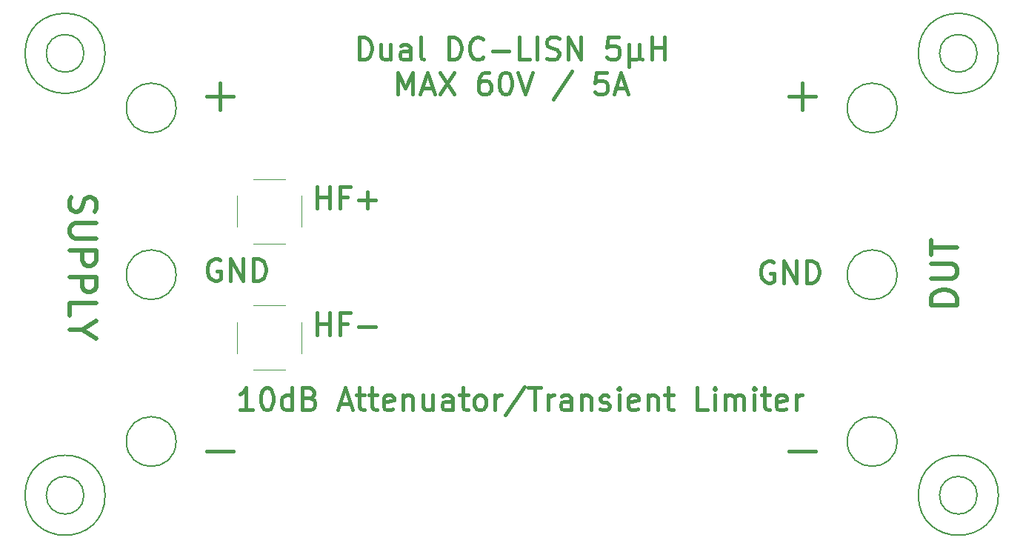
<source format=gto>
G04 #@! TF.GenerationSoftware,KiCad,Pcbnew,7.0.7*
G04 #@! TF.CreationDate,2023-09-14T15:12:29+02:00*
G04 #@! TF.ProjectId,5uH_LISN,3575485f-4c49-4534-9e2e-6b696361645f,V1 R0*
G04 #@! TF.SameCoordinates,Original*
G04 #@! TF.FileFunction,Legend,Top*
G04 #@! TF.FilePolarity,Positive*
%FSLAX46Y46*%
G04 Gerber Fmt 4.6, Leading zero omitted, Abs format (unit mm)*
G04 Created by KiCad (PCBNEW 7.0.7) date 2023-09-14 15:12:29*
%MOMM*%
%LPD*%
G01*
G04 APERTURE LIST*
%ADD10C,0.400000*%
%ADD11C,0.500000*%
%ADD12C,0.120000*%
%ADD13C,0.127000*%
%ADD14C,0.203200*%
%ADD15C,0.152400*%
G04 APERTURE END LIST*
D10*
X186171237Y-108804295D02*
X185933142Y-108685247D01*
X185933142Y-108685247D02*
X185575999Y-108685247D01*
X185575999Y-108685247D02*
X185218856Y-108804295D01*
X185218856Y-108804295D02*
X184980761Y-109042390D01*
X184980761Y-109042390D02*
X184861714Y-109280485D01*
X184861714Y-109280485D02*
X184742666Y-109756676D01*
X184742666Y-109756676D02*
X184742666Y-110113819D01*
X184742666Y-110113819D02*
X184861714Y-110590009D01*
X184861714Y-110590009D02*
X184980761Y-110828104D01*
X184980761Y-110828104D02*
X185218856Y-111066200D01*
X185218856Y-111066200D02*
X185575999Y-111185247D01*
X185575999Y-111185247D02*
X185814095Y-111185247D01*
X185814095Y-111185247D02*
X186171237Y-111066200D01*
X186171237Y-111066200D02*
X186290285Y-110947152D01*
X186290285Y-110947152D02*
X186290285Y-110113819D01*
X186290285Y-110113819D02*
X185814095Y-110113819D01*
X187361714Y-111185247D02*
X187361714Y-108685247D01*
X187361714Y-108685247D02*
X188790285Y-111185247D01*
X188790285Y-111185247D02*
X188790285Y-108685247D01*
X189980762Y-111185247D02*
X189980762Y-108685247D01*
X189980762Y-108685247D02*
X190576000Y-108685247D01*
X190576000Y-108685247D02*
X190933143Y-108804295D01*
X190933143Y-108804295D02*
X191171238Y-109042390D01*
X191171238Y-109042390D02*
X191290285Y-109280485D01*
X191290285Y-109280485D02*
X191409333Y-109756676D01*
X191409333Y-109756676D02*
X191409333Y-110113819D01*
X191409333Y-110113819D02*
X191290285Y-110590009D01*
X191290285Y-110590009D02*
X191171238Y-110828104D01*
X191171238Y-110828104D02*
X190933143Y-111066200D01*
X190933143Y-111066200D02*
X190576000Y-111185247D01*
X190576000Y-111185247D02*
X189980762Y-111185247D01*
X122921237Y-108554295D02*
X122683142Y-108435247D01*
X122683142Y-108435247D02*
X122325999Y-108435247D01*
X122325999Y-108435247D02*
X121968856Y-108554295D01*
X121968856Y-108554295D02*
X121730761Y-108792390D01*
X121730761Y-108792390D02*
X121611714Y-109030485D01*
X121611714Y-109030485D02*
X121492666Y-109506676D01*
X121492666Y-109506676D02*
X121492666Y-109863819D01*
X121492666Y-109863819D02*
X121611714Y-110340009D01*
X121611714Y-110340009D02*
X121730761Y-110578104D01*
X121730761Y-110578104D02*
X121968856Y-110816200D01*
X121968856Y-110816200D02*
X122325999Y-110935247D01*
X122325999Y-110935247D02*
X122564095Y-110935247D01*
X122564095Y-110935247D02*
X122921237Y-110816200D01*
X122921237Y-110816200D02*
X123040285Y-110697152D01*
X123040285Y-110697152D02*
X123040285Y-109863819D01*
X123040285Y-109863819D02*
X122564095Y-109863819D01*
X124111714Y-110935247D02*
X124111714Y-108435247D01*
X124111714Y-108435247D02*
X125540285Y-110935247D01*
X125540285Y-110935247D02*
X125540285Y-108435247D01*
X126730762Y-110935247D02*
X126730762Y-108435247D01*
X126730762Y-108435247D02*
X127326000Y-108435247D01*
X127326000Y-108435247D02*
X127683143Y-108554295D01*
X127683143Y-108554295D02*
X127921238Y-108792390D01*
X127921238Y-108792390D02*
X128040285Y-109030485D01*
X128040285Y-109030485D02*
X128159333Y-109506676D01*
X128159333Y-109506676D02*
X128159333Y-109863819D01*
X128159333Y-109863819D02*
X128040285Y-110340009D01*
X128040285Y-110340009D02*
X127921238Y-110578104D01*
X127921238Y-110578104D02*
X127683143Y-110816200D01*
X127683143Y-110816200D02*
X127326000Y-110935247D01*
X127326000Y-110935247D02*
X126730762Y-110935247D01*
D11*
X105912000Y-101383428D02*
X105769142Y-101812000D01*
X105769142Y-101812000D02*
X105769142Y-102526285D01*
X105769142Y-102526285D02*
X105912000Y-102812000D01*
X105912000Y-102812000D02*
X106054857Y-102954857D01*
X106054857Y-102954857D02*
X106340571Y-103097714D01*
X106340571Y-103097714D02*
X106626285Y-103097714D01*
X106626285Y-103097714D02*
X106912000Y-102954857D01*
X106912000Y-102954857D02*
X107054857Y-102812000D01*
X107054857Y-102812000D02*
X107197714Y-102526285D01*
X107197714Y-102526285D02*
X107340571Y-101954857D01*
X107340571Y-101954857D02*
X107483428Y-101669142D01*
X107483428Y-101669142D02*
X107626285Y-101526285D01*
X107626285Y-101526285D02*
X107912000Y-101383428D01*
X107912000Y-101383428D02*
X108197714Y-101383428D01*
X108197714Y-101383428D02*
X108483428Y-101526285D01*
X108483428Y-101526285D02*
X108626285Y-101669142D01*
X108626285Y-101669142D02*
X108769142Y-101954857D01*
X108769142Y-101954857D02*
X108769142Y-102669142D01*
X108769142Y-102669142D02*
X108626285Y-103097714D01*
X108769142Y-104383428D02*
X106340571Y-104383428D01*
X106340571Y-104383428D02*
X106054857Y-104526285D01*
X106054857Y-104526285D02*
X105912000Y-104669143D01*
X105912000Y-104669143D02*
X105769142Y-104954857D01*
X105769142Y-104954857D02*
X105769142Y-105526285D01*
X105769142Y-105526285D02*
X105912000Y-105812000D01*
X105912000Y-105812000D02*
X106054857Y-105954857D01*
X106054857Y-105954857D02*
X106340571Y-106097714D01*
X106340571Y-106097714D02*
X108769142Y-106097714D01*
X105769142Y-107526285D02*
X108769142Y-107526285D01*
X108769142Y-107526285D02*
X108769142Y-108669142D01*
X108769142Y-108669142D02*
X108626285Y-108954857D01*
X108626285Y-108954857D02*
X108483428Y-109097714D01*
X108483428Y-109097714D02*
X108197714Y-109240571D01*
X108197714Y-109240571D02*
X107769142Y-109240571D01*
X107769142Y-109240571D02*
X107483428Y-109097714D01*
X107483428Y-109097714D02*
X107340571Y-108954857D01*
X107340571Y-108954857D02*
X107197714Y-108669142D01*
X107197714Y-108669142D02*
X107197714Y-107526285D01*
X105769142Y-110526285D02*
X108769142Y-110526285D01*
X108769142Y-110526285D02*
X108769142Y-111669142D01*
X108769142Y-111669142D02*
X108626285Y-111954857D01*
X108626285Y-111954857D02*
X108483428Y-112097714D01*
X108483428Y-112097714D02*
X108197714Y-112240571D01*
X108197714Y-112240571D02*
X107769142Y-112240571D01*
X107769142Y-112240571D02*
X107483428Y-112097714D01*
X107483428Y-112097714D02*
X107340571Y-111954857D01*
X107340571Y-111954857D02*
X107197714Y-111669142D01*
X107197714Y-111669142D02*
X107197714Y-110526285D01*
X105769142Y-114954857D02*
X105769142Y-113526285D01*
X105769142Y-113526285D02*
X108769142Y-113526285D01*
X107197714Y-116526285D02*
X105769142Y-116526285D01*
X108769142Y-115526285D02*
X107197714Y-116526285D01*
X107197714Y-116526285D02*
X108769142Y-117526285D01*
D10*
X134042667Y-102685247D02*
X134042667Y-100185247D01*
X134042667Y-101375723D02*
X135471238Y-101375723D01*
X135471238Y-102685247D02*
X135471238Y-100185247D01*
X137495048Y-101375723D02*
X136661715Y-101375723D01*
X136661715Y-102685247D02*
X136661715Y-100185247D01*
X136661715Y-100185247D02*
X137852191Y-100185247D01*
X138804572Y-101732866D02*
X140709334Y-101732866D01*
X139756953Y-102685247D02*
X139756953Y-100780485D01*
X134042667Y-117135247D02*
X134042667Y-114635247D01*
X134042667Y-115825723D02*
X135471238Y-115825723D01*
X135471238Y-117135247D02*
X135471238Y-114635247D01*
X137495048Y-115825723D02*
X136661715Y-115825723D01*
X136661715Y-117135247D02*
X136661715Y-114635247D01*
X136661715Y-114635247D02*
X137852191Y-114635247D01*
X138804572Y-116182866D02*
X140709334Y-116182866D01*
X143299810Y-89635247D02*
X143299810Y-87135247D01*
X143299810Y-87135247D02*
X144133143Y-88920961D01*
X144133143Y-88920961D02*
X144966476Y-87135247D01*
X144966476Y-87135247D02*
X144966476Y-89635247D01*
X146037905Y-88920961D02*
X147228381Y-88920961D01*
X145799810Y-89635247D02*
X146633143Y-87135247D01*
X146633143Y-87135247D02*
X147466476Y-89635247D01*
X148061714Y-87135247D02*
X149728381Y-89635247D01*
X149728381Y-87135247D02*
X148061714Y-89635247D01*
X153656952Y-87135247D02*
X153180762Y-87135247D01*
X153180762Y-87135247D02*
X152942666Y-87254295D01*
X152942666Y-87254295D02*
X152823619Y-87373342D01*
X152823619Y-87373342D02*
X152585524Y-87730485D01*
X152585524Y-87730485D02*
X152466476Y-88206676D01*
X152466476Y-88206676D02*
X152466476Y-89159057D01*
X152466476Y-89159057D02*
X152585524Y-89397152D01*
X152585524Y-89397152D02*
X152704571Y-89516200D01*
X152704571Y-89516200D02*
X152942666Y-89635247D01*
X152942666Y-89635247D02*
X153418857Y-89635247D01*
X153418857Y-89635247D02*
X153656952Y-89516200D01*
X153656952Y-89516200D02*
X153776000Y-89397152D01*
X153776000Y-89397152D02*
X153895047Y-89159057D01*
X153895047Y-89159057D02*
X153895047Y-88563819D01*
X153895047Y-88563819D02*
X153776000Y-88325723D01*
X153776000Y-88325723D02*
X153656952Y-88206676D01*
X153656952Y-88206676D02*
X153418857Y-88087628D01*
X153418857Y-88087628D02*
X152942666Y-88087628D01*
X152942666Y-88087628D02*
X152704571Y-88206676D01*
X152704571Y-88206676D02*
X152585524Y-88325723D01*
X152585524Y-88325723D02*
X152466476Y-88563819D01*
X155442666Y-87135247D02*
X155680761Y-87135247D01*
X155680761Y-87135247D02*
X155918857Y-87254295D01*
X155918857Y-87254295D02*
X156037904Y-87373342D01*
X156037904Y-87373342D02*
X156156952Y-87611438D01*
X156156952Y-87611438D02*
X156275999Y-88087628D01*
X156275999Y-88087628D02*
X156275999Y-88682866D01*
X156275999Y-88682866D02*
X156156952Y-89159057D01*
X156156952Y-89159057D02*
X156037904Y-89397152D01*
X156037904Y-89397152D02*
X155918857Y-89516200D01*
X155918857Y-89516200D02*
X155680761Y-89635247D01*
X155680761Y-89635247D02*
X155442666Y-89635247D01*
X155442666Y-89635247D02*
X155204571Y-89516200D01*
X155204571Y-89516200D02*
X155085523Y-89397152D01*
X155085523Y-89397152D02*
X154966476Y-89159057D01*
X154966476Y-89159057D02*
X154847428Y-88682866D01*
X154847428Y-88682866D02*
X154847428Y-88087628D01*
X154847428Y-88087628D02*
X154966476Y-87611438D01*
X154966476Y-87611438D02*
X155085523Y-87373342D01*
X155085523Y-87373342D02*
X155204571Y-87254295D01*
X155204571Y-87254295D02*
X155442666Y-87135247D01*
X156990285Y-87135247D02*
X157823618Y-89635247D01*
X157823618Y-89635247D02*
X158656951Y-87135247D01*
X163180761Y-87016200D02*
X161037904Y-90230485D01*
X167109333Y-87135247D02*
X165918857Y-87135247D01*
X165918857Y-87135247D02*
X165799809Y-88325723D01*
X165799809Y-88325723D02*
X165918857Y-88206676D01*
X165918857Y-88206676D02*
X166156952Y-88087628D01*
X166156952Y-88087628D02*
X166752190Y-88087628D01*
X166752190Y-88087628D02*
X166990285Y-88206676D01*
X166990285Y-88206676D02*
X167109333Y-88325723D01*
X167109333Y-88325723D02*
X167228380Y-88563819D01*
X167228380Y-88563819D02*
X167228380Y-89159057D01*
X167228380Y-89159057D02*
X167109333Y-89397152D01*
X167109333Y-89397152D02*
X166990285Y-89516200D01*
X166990285Y-89516200D02*
X166752190Y-89635247D01*
X166752190Y-89635247D02*
X166156952Y-89635247D01*
X166156952Y-89635247D02*
X165918857Y-89516200D01*
X165918857Y-89516200D02*
X165799809Y-89397152D01*
X168180761Y-88920961D02*
X169371237Y-88920961D01*
X167942666Y-89635247D02*
X168775999Y-87135247D01*
X168775999Y-87135247D02*
X169609332Y-89635247D01*
X124459809Y-130407866D02*
X121412190Y-130407866D01*
X138835523Y-85635247D02*
X138835523Y-83135247D01*
X138835523Y-83135247D02*
X139430761Y-83135247D01*
X139430761Y-83135247D02*
X139787904Y-83254295D01*
X139787904Y-83254295D02*
X140025999Y-83492390D01*
X140025999Y-83492390D02*
X140145046Y-83730485D01*
X140145046Y-83730485D02*
X140264094Y-84206676D01*
X140264094Y-84206676D02*
X140264094Y-84563819D01*
X140264094Y-84563819D02*
X140145046Y-85040009D01*
X140145046Y-85040009D02*
X140025999Y-85278104D01*
X140025999Y-85278104D02*
X139787904Y-85516200D01*
X139787904Y-85516200D02*
X139430761Y-85635247D01*
X139430761Y-85635247D02*
X138835523Y-85635247D01*
X142406951Y-83968580D02*
X142406951Y-85635247D01*
X141335523Y-83968580D02*
X141335523Y-85278104D01*
X141335523Y-85278104D02*
X141454570Y-85516200D01*
X141454570Y-85516200D02*
X141692665Y-85635247D01*
X141692665Y-85635247D02*
X142049808Y-85635247D01*
X142049808Y-85635247D02*
X142287904Y-85516200D01*
X142287904Y-85516200D02*
X142406951Y-85397152D01*
X144668856Y-85635247D02*
X144668856Y-84325723D01*
X144668856Y-84325723D02*
X144549809Y-84087628D01*
X144549809Y-84087628D02*
X144311713Y-83968580D01*
X144311713Y-83968580D02*
X143835523Y-83968580D01*
X143835523Y-83968580D02*
X143597428Y-84087628D01*
X144668856Y-85516200D02*
X144430761Y-85635247D01*
X144430761Y-85635247D02*
X143835523Y-85635247D01*
X143835523Y-85635247D02*
X143597428Y-85516200D01*
X143597428Y-85516200D02*
X143478380Y-85278104D01*
X143478380Y-85278104D02*
X143478380Y-85040009D01*
X143478380Y-85040009D02*
X143597428Y-84801914D01*
X143597428Y-84801914D02*
X143835523Y-84682866D01*
X143835523Y-84682866D02*
X144430761Y-84682866D01*
X144430761Y-84682866D02*
X144668856Y-84563819D01*
X146216475Y-85635247D02*
X145978380Y-85516200D01*
X145978380Y-85516200D02*
X145859333Y-85278104D01*
X145859333Y-85278104D02*
X145859333Y-83135247D01*
X149073619Y-85635247D02*
X149073619Y-83135247D01*
X149073619Y-83135247D02*
X149668857Y-83135247D01*
X149668857Y-83135247D02*
X150026000Y-83254295D01*
X150026000Y-83254295D02*
X150264095Y-83492390D01*
X150264095Y-83492390D02*
X150383142Y-83730485D01*
X150383142Y-83730485D02*
X150502190Y-84206676D01*
X150502190Y-84206676D02*
X150502190Y-84563819D01*
X150502190Y-84563819D02*
X150383142Y-85040009D01*
X150383142Y-85040009D02*
X150264095Y-85278104D01*
X150264095Y-85278104D02*
X150026000Y-85516200D01*
X150026000Y-85516200D02*
X149668857Y-85635247D01*
X149668857Y-85635247D02*
X149073619Y-85635247D01*
X153002190Y-85397152D02*
X152883142Y-85516200D01*
X152883142Y-85516200D02*
X152526000Y-85635247D01*
X152526000Y-85635247D02*
X152287904Y-85635247D01*
X152287904Y-85635247D02*
X151930761Y-85516200D01*
X151930761Y-85516200D02*
X151692666Y-85278104D01*
X151692666Y-85278104D02*
X151573619Y-85040009D01*
X151573619Y-85040009D02*
X151454571Y-84563819D01*
X151454571Y-84563819D02*
X151454571Y-84206676D01*
X151454571Y-84206676D02*
X151573619Y-83730485D01*
X151573619Y-83730485D02*
X151692666Y-83492390D01*
X151692666Y-83492390D02*
X151930761Y-83254295D01*
X151930761Y-83254295D02*
X152287904Y-83135247D01*
X152287904Y-83135247D02*
X152526000Y-83135247D01*
X152526000Y-83135247D02*
X152883142Y-83254295D01*
X152883142Y-83254295D02*
X153002190Y-83373342D01*
X154073619Y-84682866D02*
X155978381Y-84682866D01*
X158359333Y-85635247D02*
X157168857Y-85635247D01*
X157168857Y-85635247D02*
X157168857Y-83135247D01*
X159192667Y-85635247D02*
X159192667Y-83135247D01*
X160264095Y-85516200D02*
X160621238Y-85635247D01*
X160621238Y-85635247D02*
X161216476Y-85635247D01*
X161216476Y-85635247D02*
X161454571Y-85516200D01*
X161454571Y-85516200D02*
X161573619Y-85397152D01*
X161573619Y-85397152D02*
X161692666Y-85159057D01*
X161692666Y-85159057D02*
X161692666Y-84920961D01*
X161692666Y-84920961D02*
X161573619Y-84682866D01*
X161573619Y-84682866D02*
X161454571Y-84563819D01*
X161454571Y-84563819D02*
X161216476Y-84444771D01*
X161216476Y-84444771D02*
X160740285Y-84325723D01*
X160740285Y-84325723D02*
X160502190Y-84206676D01*
X160502190Y-84206676D02*
X160383143Y-84087628D01*
X160383143Y-84087628D02*
X160264095Y-83849533D01*
X160264095Y-83849533D02*
X160264095Y-83611438D01*
X160264095Y-83611438D02*
X160383143Y-83373342D01*
X160383143Y-83373342D02*
X160502190Y-83254295D01*
X160502190Y-83254295D02*
X160740285Y-83135247D01*
X160740285Y-83135247D02*
X161335524Y-83135247D01*
X161335524Y-83135247D02*
X161692666Y-83254295D01*
X162764095Y-85635247D02*
X162764095Y-83135247D01*
X162764095Y-83135247D02*
X164192666Y-85635247D01*
X164192666Y-85635247D02*
X164192666Y-83135247D01*
X168478381Y-83135247D02*
X167287905Y-83135247D01*
X167287905Y-83135247D02*
X167168857Y-84325723D01*
X167168857Y-84325723D02*
X167287905Y-84206676D01*
X167287905Y-84206676D02*
X167526000Y-84087628D01*
X167526000Y-84087628D02*
X168121238Y-84087628D01*
X168121238Y-84087628D02*
X168359333Y-84206676D01*
X168359333Y-84206676D02*
X168478381Y-84325723D01*
X168478381Y-84325723D02*
X168597428Y-84563819D01*
X168597428Y-84563819D02*
X168597428Y-85159057D01*
X168597428Y-85159057D02*
X168478381Y-85397152D01*
X168478381Y-85397152D02*
X168359333Y-85516200D01*
X168359333Y-85516200D02*
X168121238Y-85635247D01*
X168121238Y-85635247D02*
X167526000Y-85635247D01*
X167526000Y-85635247D02*
X167287905Y-85516200D01*
X167287905Y-85516200D02*
X167168857Y-85397152D01*
X169668857Y-83968580D02*
X169668857Y-86468580D01*
X170859333Y-85278104D02*
X170978380Y-85516200D01*
X170978380Y-85516200D02*
X171216476Y-85635247D01*
X169668857Y-85278104D02*
X169787904Y-85516200D01*
X169787904Y-85516200D02*
X170025999Y-85635247D01*
X170025999Y-85635247D02*
X170502190Y-85635247D01*
X170502190Y-85635247D02*
X170740285Y-85516200D01*
X170740285Y-85516200D02*
X170859333Y-85278104D01*
X170859333Y-85278104D02*
X170859333Y-83968580D01*
X172287905Y-85635247D02*
X172287905Y-83135247D01*
X172287905Y-84325723D02*
X173716476Y-84325723D01*
X173716476Y-85635247D02*
X173716476Y-83135247D01*
X126630762Y-125685247D02*
X125202191Y-125685247D01*
X125916477Y-125685247D02*
X125916477Y-123185247D01*
X125916477Y-123185247D02*
X125678381Y-123542390D01*
X125678381Y-123542390D02*
X125440286Y-123780485D01*
X125440286Y-123780485D02*
X125202191Y-123899533D01*
X128178381Y-123185247D02*
X128416476Y-123185247D01*
X128416476Y-123185247D02*
X128654572Y-123304295D01*
X128654572Y-123304295D02*
X128773619Y-123423342D01*
X128773619Y-123423342D02*
X128892667Y-123661438D01*
X128892667Y-123661438D02*
X129011714Y-124137628D01*
X129011714Y-124137628D02*
X129011714Y-124732866D01*
X129011714Y-124732866D02*
X128892667Y-125209057D01*
X128892667Y-125209057D02*
X128773619Y-125447152D01*
X128773619Y-125447152D02*
X128654572Y-125566200D01*
X128654572Y-125566200D02*
X128416476Y-125685247D01*
X128416476Y-125685247D02*
X128178381Y-125685247D01*
X128178381Y-125685247D02*
X127940286Y-125566200D01*
X127940286Y-125566200D02*
X127821238Y-125447152D01*
X127821238Y-125447152D02*
X127702191Y-125209057D01*
X127702191Y-125209057D02*
X127583143Y-124732866D01*
X127583143Y-124732866D02*
X127583143Y-124137628D01*
X127583143Y-124137628D02*
X127702191Y-123661438D01*
X127702191Y-123661438D02*
X127821238Y-123423342D01*
X127821238Y-123423342D02*
X127940286Y-123304295D01*
X127940286Y-123304295D02*
X128178381Y-123185247D01*
X131154571Y-125685247D02*
X131154571Y-123185247D01*
X131154571Y-125566200D02*
X130916476Y-125685247D01*
X130916476Y-125685247D02*
X130440285Y-125685247D01*
X130440285Y-125685247D02*
X130202190Y-125566200D01*
X130202190Y-125566200D02*
X130083143Y-125447152D01*
X130083143Y-125447152D02*
X129964095Y-125209057D01*
X129964095Y-125209057D02*
X129964095Y-124494771D01*
X129964095Y-124494771D02*
X130083143Y-124256676D01*
X130083143Y-124256676D02*
X130202190Y-124137628D01*
X130202190Y-124137628D02*
X130440285Y-124018580D01*
X130440285Y-124018580D02*
X130916476Y-124018580D01*
X130916476Y-124018580D02*
X131154571Y-124137628D01*
X133178381Y-124375723D02*
X133535524Y-124494771D01*
X133535524Y-124494771D02*
X133654571Y-124613819D01*
X133654571Y-124613819D02*
X133773619Y-124851914D01*
X133773619Y-124851914D02*
X133773619Y-125209057D01*
X133773619Y-125209057D02*
X133654571Y-125447152D01*
X133654571Y-125447152D02*
X133535524Y-125566200D01*
X133535524Y-125566200D02*
X133297429Y-125685247D01*
X133297429Y-125685247D02*
X132345048Y-125685247D01*
X132345048Y-125685247D02*
X132345048Y-123185247D01*
X132345048Y-123185247D02*
X133178381Y-123185247D01*
X133178381Y-123185247D02*
X133416476Y-123304295D01*
X133416476Y-123304295D02*
X133535524Y-123423342D01*
X133535524Y-123423342D02*
X133654571Y-123661438D01*
X133654571Y-123661438D02*
X133654571Y-123899533D01*
X133654571Y-123899533D02*
X133535524Y-124137628D01*
X133535524Y-124137628D02*
X133416476Y-124256676D01*
X133416476Y-124256676D02*
X133178381Y-124375723D01*
X133178381Y-124375723D02*
X132345048Y-124375723D01*
X136630762Y-124970961D02*
X137821238Y-124970961D01*
X136392667Y-125685247D02*
X137226000Y-123185247D01*
X137226000Y-123185247D02*
X138059333Y-125685247D01*
X138535524Y-124018580D02*
X139487905Y-124018580D01*
X138892667Y-123185247D02*
X138892667Y-125328104D01*
X138892667Y-125328104D02*
X139011714Y-125566200D01*
X139011714Y-125566200D02*
X139249809Y-125685247D01*
X139249809Y-125685247D02*
X139487905Y-125685247D01*
X139964095Y-124018580D02*
X140916476Y-124018580D01*
X140321238Y-123185247D02*
X140321238Y-125328104D01*
X140321238Y-125328104D02*
X140440285Y-125566200D01*
X140440285Y-125566200D02*
X140678380Y-125685247D01*
X140678380Y-125685247D02*
X140916476Y-125685247D01*
X142702190Y-125566200D02*
X142464094Y-125685247D01*
X142464094Y-125685247D02*
X141987904Y-125685247D01*
X141987904Y-125685247D02*
X141749809Y-125566200D01*
X141749809Y-125566200D02*
X141630761Y-125328104D01*
X141630761Y-125328104D02*
X141630761Y-124375723D01*
X141630761Y-124375723D02*
X141749809Y-124137628D01*
X141749809Y-124137628D02*
X141987904Y-124018580D01*
X141987904Y-124018580D02*
X142464094Y-124018580D01*
X142464094Y-124018580D02*
X142702190Y-124137628D01*
X142702190Y-124137628D02*
X142821237Y-124375723D01*
X142821237Y-124375723D02*
X142821237Y-124613819D01*
X142821237Y-124613819D02*
X141630761Y-124851914D01*
X143892666Y-124018580D02*
X143892666Y-125685247D01*
X143892666Y-124256676D02*
X144011713Y-124137628D01*
X144011713Y-124137628D02*
X144249808Y-124018580D01*
X144249808Y-124018580D02*
X144606951Y-124018580D01*
X144606951Y-124018580D02*
X144845047Y-124137628D01*
X144845047Y-124137628D02*
X144964094Y-124375723D01*
X144964094Y-124375723D02*
X144964094Y-125685247D01*
X147225999Y-124018580D02*
X147225999Y-125685247D01*
X146154571Y-124018580D02*
X146154571Y-125328104D01*
X146154571Y-125328104D02*
X146273618Y-125566200D01*
X146273618Y-125566200D02*
X146511713Y-125685247D01*
X146511713Y-125685247D02*
X146868856Y-125685247D01*
X146868856Y-125685247D02*
X147106952Y-125566200D01*
X147106952Y-125566200D02*
X147225999Y-125447152D01*
X149487904Y-125685247D02*
X149487904Y-124375723D01*
X149487904Y-124375723D02*
X149368857Y-124137628D01*
X149368857Y-124137628D02*
X149130761Y-124018580D01*
X149130761Y-124018580D02*
X148654571Y-124018580D01*
X148654571Y-124018580D02*
X148416476Y-124137628D01*
X149487904Y-125566200D02*
X149249809Y-125685247D01*
X149249809Y-125685247D02*
X148654571Y-125685247D01*
X148654571Y-125685247D02*
X148416476Y-125566200D01*
X148416476Y-125566200D02*
X148297428Y-125328104D01*
X148297428Y-125328104D02*
X148297428Y-125090009D01*
X148297428Y-125090009D02*
X148416476Y-124851914D01*
X148416476Y-124851914D02*
X148654571Y-124732866D01*
X148654571Y-124732866D02*
X149249809Y-124732866D01*
X149249809Y-124732866D02*
X149487904Y-124613819D01*
X150321238Y-124018580D02*
X151273619Y-124018580D01*
X150678381Y-123185247D02*
X150678381Y-125328104D01*
X150678381Y-125328104D02*
X150797428Y-125566200D01*
X150797428Y-125566200D02*
X151035523Y-125685247D01*
X151035523Y-125685247D02*
X151273619Y-125685247D01*
X152464094Y-125685247D02*
X152225999Y-125566200D01*
X152225999Y-125566200D02*
X152106952Y-125447152D01*
X152106952Y-125447152D02*
X151987904Y-125209057D01*
X151987904Y-125209057D02*
X151987904Y-124494771D01*
X151987904Y-124494771D02*
X152106952Y-124256676D01*
X152106952Y-124256676D02*
X152225999Y-124137628D01*
X152225999Y-124137628D02*
X152464094Y-124018580D01*
X152464094Y-124018580D02*
X152821237Y-124018580D01*
X152821237Y-124018580D02*
X153059333Y-124137628D01*
X153059333Y-124137628D02*
X153178380Y-124256676D01*
X153178380Y-124256676D02*
X153297428Y-124494771D01*
X153297428Y-124494771D02*
X153297428Y-125209057D01*
X153297428Y-125209057D02*
X153178380Y-125447152D01*
X153178380Y-125447152D02*
X153059333Y-125566200D01*
X153059333Y-125566200D02*
X152821237Y-125685247D01*
X152821237Y-125685247D02*
X152464094Y-125685247D01*
X154368857Y-125685247D02*
X154368857Y-124018580D01*
X154368857Y-124494771D02*
X154487904Y-124256676D01*
X154487904Y-124256676D02*
X154606952Y-124137628D01*
X154606952Y-124137628D02*
X154845047Y-124018580D01*
X154845047Y-124018580D02*
X155083142Y-124018580D01*
X157702190Y-123066200D02*
X155559333Y-126280485D01*
X158178381Y-123185247D02*
X159606952Y-123185247D01*
X158892666Y-125685247D02*
X158892666Y-123185247D01*
X160440286Y-125685247D02*
X160440286Y-124018580D01*
X160440286Y-124494771D02*
X160559333Y-124256676D01*
X160559333Y-124256676D02*
X160678381Y-124137628D01*
X160678381Y-124137628D02*
X160916476Y-124018580D01*
X160916476Y-124018580D02*
X161154571Y-124018580D01*
X163059333Y-125685247D02*
X163059333Y-124375723D01*
X163059333Y-124375723D02*
X162940286Y-124137628D01*
X162940286Y-124137628D02*
X162702190Y-124018580D01*
X162702190Y-124018580D02*
X162226000Y-124018580D01*
X162226000Y-124018580D02*
X161987905Y-124137628D01*
X163059333Y-125566200D02*
X162821238Y-125685247D01*
X162821238Y-125685247D02*
X162226000Y-125685247D01*
X162226000Y-125685247D02*
X161987905Y-125566200D01*
X161987905Y-125566200D02*
X161868857Y-125328104D01*
X161868857Y-125328104D02*
X161868857Y-125090009D01*
X161868857Y-125090009D02*
X161987905Y-124851914D01*
X161987905Y-124851914D02*
X162226000Y-124732866D01*
X162226000Y-124732866D02*
X162821238Y-124732866D01*
X162821238Y-124732866D02*
X163059333Y-124613819D01*
X164249810Y-124018580D02*
X164249810Y-125685247D01*
X164249810Y-124256676D02*
X164368857Y-124137628D01*
X164368857Y-124137628D02*
X164606952Y-124018580D01*
X164606952Y-124018580D02*
X164964095Y-124018580D01*
X164964095Y-124018580D02*
X165202191Y-124137628D01*
X165202191Y-124137628D02*
X165321238Y-124375723D01*
X165321238Y-124375723D02*
X165321238Y-125685247D01*
X166392667Y-125566200D02*
X166630762Y-125685247D01*
X166630762Y-125685247D02*
X167106953Y-125685247D01*
X167106953Y-125685247D02*
X167345048Y-125566200D01*
X167345048Y-125566200D02*
X167464096Y-125328104D01*
X167464096Y-125328104D02*
X167464096Y-125209057D01*
X167464096Y-125209057D02*
X167345048Y-124970961D01*
X167345048Y-124970961D02*
X167106953Y-124851914D01*
X167106953Y-124851914D02*
X166749810Y-124851914D01*
X166749810Y-124851914D02*
X166511715Y-124732866D01*
X166511715Y-124732866D02*
X166392667Y-124494771D01*
X166392667Y-124494771D02*
X166392667Y-124375723D01*
X166392667Y-124375723D02*
X166511715Y-124137628D01*
X166511715Y-124137628D02*
X166749810Y-124018580D01*
X166749810Y-124018580D02*
X167106953Y-124018580D01*
X167106953Y-124018580D02*
X167345048Y-124137628D01*
X168535525Y-125685247D02*
X168535525Y-124018580D01*
X168535525Y-123185247D02*
X168416477Y-123304295D01*
X168416477Y-123304295D02*
X168535525Y-123423342D01*
X168535525Y-123423342D02*
X168654572Y-123304295D01*
X168654572Y-123304295D02*
X168535525Y-123185247D01*
X168535525Y-123185247D02*
X168535525Y-123423342D01*
X170678382Y-125566200D02*
X170440286Y-125685247D01*
X170440286Y-125685247D02*
X169964096Y-125685247D01*
X169964096Y-125685247D02*
X169726001Y-125566200D01*
X169726001Y-125566200D02*
X169606953Y-125328104D01*
X169606953Y-125328104D02*
X169606953Y-124375723D01*
X169606953Y-124375723D02*
X169726001Y-124137628D01*
X169726001Y-124137628D02*
X169964096Y-124018580D01*
X169964096Y-124018580D02*
X170440286Y-124018580D01*
X170440286Y-124018580D02*
X170678382Y-124137628D01*
X170678382Y-124137628D02*
X170797429Y-124375723D01*
X170797429Y-124375723D02*
X170797429Y-124613819D01*
X170797429Y-124613819D02*
X169606953Y-124851914D01*
X171868858Y-124018580D02*
X171868858Y-125685247D01*
X171868858Y-124256676D02*
X171987905Y-124137628D01*
X171987905Y-124137628D02*
X172226000Y-124018580D01*
X172226000Y-124018580D02*
X172583143Y-124018580D01*
X172583143Y-124018580D02*
X172821239Y-124137628D01*
X172821239Y-124137628D02*
X172940286Y-124375723D01*
X172940286Y-124375723D02*
X172940286Y-125685247D01*
X173773620Y-124018580D02*
X174726001Y-124018580D01*
X174130763Y-123185247D02*
X174130763Y-125328104D01*
X174130763Y-125328104D02*
X174249810Y-125566200D01*
X174249810Y-125566200D02*
X174487905Y-125685247D01*
X174487905Y-125685247D02*
X174726001Y-125685247D01*
X178654572Y-125685247D02*
X177464096Y-125685247D01*
X177464096Y-125685247D02*
X177464096Y-123185247D01*
X179487906Y-125685247D02*
X179487906Y-124018580D01*
X179487906Y-123185247D02*
X179368858Y-123304295D01*
X179368858Y-123304295D02*
X179487906Y-123423342D01*
X179487906Y-123423342D02*
X179606953Y-123304295D01*
X179606953Y-123304295D02*
X179487906Y-123185247D01*
X179487906Y-123185247D02*
X179487906Y-123423342D01*
X180678382Y-125685247D02*
X180678382Y-124018580D01*
X180678382Y-124256676D02*
X180797429Y-124137628D01*
X180797429Y-124137628D02*
X181035524Y-124018580D01*
X181035524Y-124018580D02*
X181392667Y-124018580D01*
X181392667Y-124018580D02*
X181630763Y-124137628D01*
X181630763Y-124137628D02*
X181749810Y-124375723D01*
X181749810Y-124375723D02*
X181749810Y-125685247D01*
X181749810Y-124375723D02*
X181868858Y-124137628D01*
X181868858Y-124137628D02*
X182106953Y-124018580D01*
X182106953Y-124018580D02*
X182464096Y-124018580D01*
X182464096Y-124018580D02*
X182702191Y-124137628D01*
X182702191Y-124137628D02*
X182821239Y-124375723D01*
X182821239Y-124375723D02*
X182821239Y-125685247D01*
X184011715Y-125685247D02*
X184011715Y-124018580D01*
X184011715Y-123185247D02*
X183892667Y-123304295D01*
X183892667Y-123304295D02*
X184011715Y-123423342D01*
X184011715Y-123423342D02*
X184130762Y-123304295D01*
X184130762Y-123304295D02*
X184011715Y-123185247D01*
X184011715Y-123185247D02*
X184011715Y-123423342D01*
X184845048Y-124018580D02*
X185797429Y-124018580D01*
X185202191Y-123185247D02*
X185202191Y-125328104D01*
X185202191Y-125328104D02*
X185321238Y-125566200D01*
X185321238Y-125566200D02*
X185559333Y-125685247D01*
X185559333Y-125685247D02*
X185797429Y-125685247D01*
X187583143Y-125566200D02*
X187345047Y-125685247D01*
X187345047Y-125685247D02*
X186868857Y-125685247D01*
X186868857Y-125685247D02*
X186630762Y-125566200D01*
X186630762Y-125566200D02*
X186511714Y-125328104D01*
X186511714Y-125328104D02*
X186511714Y-124375723D01*
X186511714Y-124375723D02*
X186630762Y-124137628D01*
X186630762Y-124137628D02*
X186868857Y-124018580D01*
X186868857Y-124018580D02*
X187345047Y-124018580D01*
X187345047Y-124018580D02*
X187583143Y-124137628D01*
X187583143Y-124137628D02*
X187702190Y-124375723D01*
X187702190Y-124375723D02*
X187702190Y-124613819D01*
X187702190Y-124613819D02*
X186511714Y-124851914D01*
X188773619Y-125685247D02*
X188773619Y-124018580D01*
X188773619Y-124494771D02*
X188892666Y-124256676D01*
X188892666Y-124256676D02*
X189011714Y-124137628D01*
X189011714Y-124137628D02*
X189249809Y-124018580D01*
X189249809Y-124018580D02*
X189487904Y-124018580D01*
D11*
X207182857Y-113711999D02*
X204182857Y-113711999D01*
X204182857Y-113711999D02*
X204182857Y-112997713D01*
X204182857Y-112997713D02*
X204325714Y-112569142D01*
X204325714Y-112569142D02*
X204611428Y-112283427D01*
X204611428Y-112283427D02*
X204897142Y-112140570D01*
X204897142Y-112140570D02*
X205468571Y-111997713D01*
X205468571Y-111997713D02*
X205897142Y-111997713D01*
X205897142Y-111997713D02*
X206468571Y-112140570D01*
X206468571Y-112140570D02*
X206754285Y-112283427D01*
X206754285Y-112283427D02*
X207040000Y-112569142D01*
X207040000Y-112569142D02*
X207182857Y-112997713D01*
X207182857Y-112997713D02*
X207182857Y-113711999D01*
X204182857Y-110711999D02*
X206611428Y-110711999D01*
X206611428Y-110711999D02*
X206897142Y-110569142D01*
X206897142Y-110569142D02*
X207040000Y-110426285D01*
X207040000Y-110426285D02*
X207182857Y-110140570D01*
X207182857Y-110140570D02*
X207182857Y-109569142D01*
X207182857Y-109569142D02*
X207040000Y-109283427D01*
X207040000Y-109283427D02*
X206897142Y-109140570D01*
X206897142Y-109140570D02*
X206611428Y-108997713D01*
X206611428Y-108997713D02*
X204182857Y-108997713D01*
X204182857Y-107997713D02*
X204182857Y-106283428D01*
X207182857Y-107140570D02*
X204182857Y-107140570D01*
D10*
X191007809Y-130407866D02*
X187960190Y-130407866D01*
X191007809Y-89907866D02*
X187960190Y-89907866D01*
X189483999Y-91431676D02*
X189483999Y-88384057D01*
X124459809Y-89907866D02*
X121412190Y-89907866D01*
X122935999Y-91431676D02*
X122935999Y-88384057D01*
D12*
X126776000Y-106685500D02*
X130376000Y-106685500D01*
X132256000Y-101205500D02*
X132256000Y-104805500D01*
X126776000Y-99325500D02*
X130376000Y-99325500D01*
X124896000Y-101205500D02*
X124896000Y-104805500D01*
X132256000Y-115662000D02*
X132256000Y-119262000D01*
X126776000Y-121142000D02*
X130376000Y-121142000D01*
X126776000Y-113782000D02*
X130376000Y-113782000D01*
X124896000Y-115662000D02*
X124896000Y-119262000D01*
D13*
X117915800Y-110262000D02*
G75*
G03*
X117915800Y-110262000I-2839800J0D01*
G01*
D14*
X107376000Y-135462000D02*
G75*
G03*
X107376000Y-135462000I-2150000J0D01*
G01*
D15*
X109798000Y-135462000D02*
G75*
G03*
X109798000Y-135462000I-4572000J0D01*
G01*
D14*
X107376000Y-84962000D02*
G75*
G03*
X107376000Y-84962000I-2150000J0D01*
G01*
D15*
X109798000Y-84962000D02*
G75*
G03*
X109798000Y-84962000I-4572000J0D01*
G01*
X211898000Y-84962000D02*
G75*
G03*
X211898000Y-84962000I-4572000J0D01*
G01*
D14*
X209476000Y-84962000D02*
G75*
G03*
X209476000Y-84962000I-2150000J0D01*
G01*
X209476000Y-135462000D02*
G75*
G03*
X209476000Y-135462000I-2150000J0D01*
G01*
D15*
X211898000Y-135462000D02*
G75*
G03*
X211898000Y-135462000I-4572000J0D01*
G01*
D13*
X117915800Y-91202000D02*
G75*
G03*
X117915800Y-91202000I-2839800J0D01*
G01*
X117915800Y-129322000D02*
G75*
G03*
X117915800Y-129322000I-2839800J0D01*
G01*
X200315800Y-110262000D02*
G75*
G03*
X200315800Y-110262000I-2839800J0D01*
G01*
X200315800Y-91202000D02*
G75*
G03*
X200315800Y-91202000I-2839800J0D01*
G01*
X200315800Y-129322000D02*
G75*
G03*
X200315800Y-129322000I-2839800J0D01*
G01*
M02*

</source>
